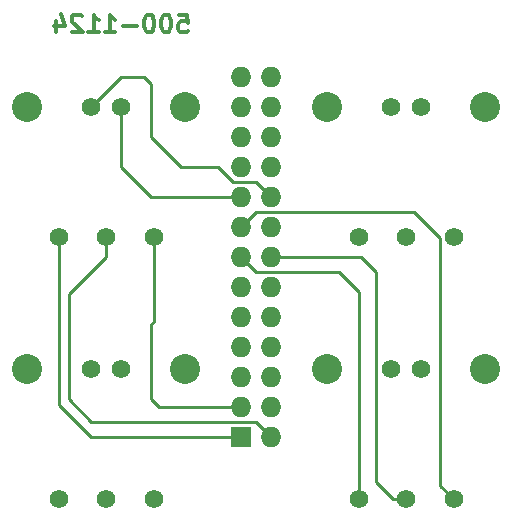
<source format=gbl>
G04 #@! TF.GenerationSoftware,KiCad,Pcbnew,(5.0.0)*
G04 #@! TF.CreationDate,2018-10-08T11:52:11-07:00*
G04 #@! TF.ProjectId,500-1124,3530302D313132342E6B696361645F70,rev?*
G04 #@! TF.SameCoordinates,Original*
G04 #@! TF.FileFunction,Copper,L2,Bot,Signal*
G04 #@! TF.FilePolarity,Positive*
%FSLAX46Y46*%
G04 Gerber Fmt 4.6, Leading zero omitted, Abs format (unit mm)*
G04 Created by KiCad (PCBNEW (5.0.0)) date 10/08/18 11:52:11*
%MOMM*%
%LPD*%
G01*
G04 APERTURE LIST*
G04 #@! TA.AperFunction,NonConductor*
%ADD10C,0.300000*%
G04 #@! TD*
G04 #@! TA.AperFunction,ComponentPad*
%ADD11C,2.540000*%
G04 #@! TD*
G04 #@! TA.AperFunction,ComponentPad*
%ADD12C,1.574800*%
G04 #@! TD*
G04 #@! TA.AperFunction,ComponentPad*
%ADD13R,1.727200X1.727200*%
G04 #@! TD*
G04 #@! TA.AperFunction,ComponentPad*
%ADD14O,1.727200X1.727200*%
G04 #@! TD*
G04 #@! TA.AperFunction,Conductor*
%ADD15C,0.250000*%
G04 #@! TD*
G04 APERTURE END LIST*
D10*
X133127142Y-68393571D02*
X133841428Y-68393571D01*
X133912857Y-69107857D01*
X133841428Y-69036428D01*
X133698571Y-68965000D01*
X133341428Y-68965000D01*
X133198571Y-69036428D01*
X133127142Y-69107857D01*
X133055714Y-69250714D01*
X133055714Y-69607857D01*
X133127142Y-69750714D01*
X133198571Y-69822142D01*
X133341428Y-69893571D01*
X133698571Y-69893571D01*
X133841428Y-69822142D01*
X133912857Y-69750714D01*
X132127142Y-68393571D02*
X131984285Y-68393571D01*
X131841428Y-68465000D01*
X131770000Y-68536428D01*
X131698571Y-68679285D01*
X131627142Y-68965000D01*
X131627142Y-69322142D01*
X131698571Y-69607857D01*
X131770000Y-69750714D01*
X131841428Y-69822142D01*
X131984285Y-69893571D01*
X132127142Y-69893571D01*
X132270000Y-69822142D01*
X132341428Y-69750714D01*
X132412857Y-69607857D01*
X132484285Y-69322142D01*
X132484285Y-68965000D01*
X132412857Y-68679285D01*
X132341428Y-68536428D01*
X132270000Y-68465000D01*
X132127142Y-68393571D01*
X130698571Y-68393571D02*
X130555714Y-68393571D01*
X130412857Y-68465000D01*
X130341428Y-68536428D01*
X130270000Y-68679285D01*
X130198571Y-68965000D01*
X130198571Y-69322142D01*
X130270000Y-69607857D01*
X130341428Y-69750714D01*
X130412857Y-69822142D01*
X130555714Y-69893571D01*
X130698571Y-69893571D01*
X130841428Y-69822142D01*
X130912857Y-69750714D01*
X130984285Y-69607857D01*
X131055714Y-69322142D01*
X131055714Y-68965000D01*
X130984285Y-68679285D01*
X130912857Y-68536428D01*
X130841428Y-68465000D01*
X130698571Y-68393571D01*
X129555714Y-69322142D02*
X128412857Y-69322142D01*
X126912857Y-69893571D02*
X127770000Y-69893571D01*
X127341428Y-69893571D02*
X127341428Y-68393571D01*
X127484285Y-68607857D01*
X127627142Y-68750714D01*
X127770000Y-68822142D01*
X125484285Y-69893571D02*
X126341428Y-69893571D01*
X125912857Y-69893571D02*
X125912857Y-68393571D01*
X126055714Y-68607857D01*
X126198571Y-68750714D01*
X126341428Y-68822142D01*
X124912857Y-68536428D02*
X124841428Y-68465000D01*
X124698571Y-68393571D01*
X124341428Y-68393571D01*
X124198571Y-68465000D01*
X124127142Y-68536428D01*
X124055714Y-68679285D01*
X124055714Y-68822142D01*
X124127142Y-69036428D01*
X124984285Y-69893571D01*
X124055714Y-69893571D01*
X122770000Y-68893571D02*
X122770000Y-69893571D01*
X123127142Y-68322142D02*
X123484285Y-69393571D01*
X122555714Y-69393571D01*
D11*
G04 #@! TO.P,R1,*
G04 #@! TO.N,*
X120300000Y-76200000D03*
X133700000Y-76200000D03*
D12*
G04 #@! TO.P,R1,4*
G04 #@! TO.N,Net-(P1-Pad18)*
X125730000Y-76200000D03*
G04 #@! TO.P,R1,5*
G04 #@! TO.N,Net-(P1-Pad17)*
X128270000Y-76200000D03*
G04 #@! TO.P,R1,2*
G04 #@! TO.N,Net-(P1-Pad2)*
X127000000Y-87200000D03*
G04 #@! TO.P,R1,3*
G04 #@! TO.N,Net-(P1-Pad3)*
X131000000Y-87200000D03*
G04 #@! TO.P,R1,1*
G04 #@! TO.N,Net-(P1-Pad1)*
X123000000Y-87200000D03*
G04 #@! TD*
D11*
G04 #@! TO.P,R2,*
G04 #@! TO.N,*
X120300000Y-98425000D03*
X133700000Y-98425000D03*
D12*
G04 #@! TO.P,R2,4*
G04 #@! TO.N,Net-(P1-Pad20)*
X125730000Y-98425000D03*
G04 #@! TO.P,R2,5*
G04 #@! TO.N,Net-(P1-Pad19)*
X128270000Y-98425000D03*
G04 #@! TO.P,R2,2*
G04 #@! TO.N,Net-(P1-Pad6)*
X127000000Y-109425000D03*
G04 #@! TO.P,R2,3*
G04 #@! TO.N,Net-(P1-Pad7)*
X131000000Y-109425000D03*
G04 #@! TO.P,R2,1*
G04 #@! TO.N,Net-(P1-Pad5)*
X123000000Y-109425000D03*
G04 #@! TD*
D11*
G04 #@! TO.P,R3,*
G04 #@! TO.N,*
X145700000Y-76200000D03*
X159100000Y-76200000D03*
D12*
G04 #@! TO.P,R3,4*
G04 #@! TO.N,Net-(P1-Pad22)*
X151130000Y-76200000D03*
G04 #@! TO.P,R3,5*
G04 #@! TO.N,Net-(P1-Pad21)*
X153670000Y-76200000D03*
G04 #@! TO.P,R3,2*
G04 #@! TO.N,Net-(P1-Pad10)*
X152400000Y-87200000D03*
G04 #@! TO.P,R3,3*
G04 #@! TO.N,Net-(P1-Pad11)*
X156400000Y-87200000D03*
G04 #@! TO.P,R3,1*
G04 #@! TO.N,Net-(P1-Pad9)*
X148400000Y-87200000D03*
G04 #@! TD*
D11*
G04 #@! TO.P,R4,*
G04 #@! TO.N,*
X145700000Y-98425000D03*
X159100000Y-98425000D03*
D12*
G04 #@! TO.P,R4,4*
G04 #@! TO.N,Net-(P1-Pad24)*
X151130000Y-98425000D03*
G04 #@! TO.P,R4,5*
G04 #@! TO.N,Net-(P1-Pad23)*
X153670000Y-98425000D03*
G04 #@! TO.P,R4,2*
G04 #@! TO.N,Net-(P1-Pad14)*
X152400000Y-109425000D03*
G04 #@! TO.P,R4,3*
G04 #@! TO.N,Net-(P1-Pad15)*
X156400000Y-109425000D03*
G04 #@! TO.P,R4,1*
G04 #@! TO.N,Net-(P1-Pad13)*
X148400000Y-109425000D03*
G04 #@! TD*
D13*
G04 #@! TO.P,P1,1*
G04 #@! TO.N,Net-(P1-Pad1)*
X138430000Y-104140000D03*
D14*
G04 #@! TO.P,P1,2*
G04 #@! TO.N,Net-(P1-Pad2)*
X140970000Y-104140000D03*
G04 #@! TO.P,P1,3*
G04 #@! TO.N,Net-(P1-Pad3)*
X138430000Y-101600000D03*
G04 #@! TO.P,P1,4*
G04 #@! TO.N,Net-(P1-Pad4)*
X140970000Y-101600000D03*
G04 #@! TO.P,P1,5*
G04 #@! TO.N,Net-(P1-Pad5)*
X138430000Y-99060000D03*
G04 #@! TO.P,P1,6*
G04 #@! TO.N,Net-(P1-Pad6)*
X140970000Y-99060000D03*
G04 #@! TO.P,P1,7*
G04 #@! TO.N,Net-(P1-Pad7)*
X138430000Y-96520000D03*
G04 #@! TO.P,P1,8*
G04 #@! TO.N,Net-(P1-Pad8)*
X140970000Y-96520000D03*
G04 #@! TO.P,P1,9*
G04 #@! TO.N,Net-(P1-Pad9)*
X138430000Y-93980000D03*
G04 #@! TO.P,P1,10*
G04 #@! TO.N,Net-(P1-Pad10)*
X140970000Y-93980000D03*
G04 #@! TO.P,P1,11*
G04 #@! TO.N,Net-(P1-Pad11)*
X138430000Y-91440000D03*
G04 #@! TO.P,P1,12*
G04 #@! TO.N,Net-(P1-Pad12)*
X140970000Y-91440000D03*
G04 #@! TO.P,P1,13*
G04 #@! TO.N,Net-(P1-Pad13)*
X138430000Y-88900000D03*
G04 #@! TO.P,P1,14*
G04 #@! TO.N,Net-(P1-Pad14)*
X140970000Y-88900000D03*
G04 #@! TO.P,P1,15*
G04 #@! TO.N,Net-(P1-Pad15)*
X138430000Y-86360000D03*
G04 #@! TO.P,P1,16*
G04 #@! TO.N,Net-(P1-Pad16)*
X140970000Y-86360000D03*
G04 #@! TO.P,P1,17*
G04 #@! TO.N,Net-(P1-Pad17)*
X138430000Y-83820000D03*
G04 #@! TO.P,P1,18*
G04 #@! TO.N,Net-(P1-Pad18)*
X140970000Y-83820000D03*
G04 #@! TO.P,P1,19*
G04 #@! TO.N,Net-(P1-Pad19)*
X138430000Y-81280000D03*
G04 #@! TO.P,P1,20*
G04 #@! TO.N,Net-(P1-Pad20)*
X140970000Y-81280000D03*
G04 #@! TO.P,P1,21*
G04 #@! TO.N,Net-(P1-Pad21)*
X138430000Y-78740000D03*
G04 #@! TO.P,P1,22*
G04 #@! TO.N,Net-(P1-Pad22)*
X140970000Y-78740000D03*
G04 #@! TO.P,P1,23*
G04 #@! TO.N,Net-(P1-Pad23)*
X138430000Y-76200000D03*
G04 #@! TO.P,P1,24*
G04 #@! TO.N,Net-(P1-Pad24)*
X140970000Y-76200000D03*
G04 #@! TO.P,P1,25*
G04 #@! TO.N,Net-(P1-Pad25)*
X138430000Y-73660000D03*
G04 #@! TO.P,P1,26*
G04 #@! TO.N,Net-(P1-Pad26)*
X140970000Y-73660000D03*
G04 #@! TD*
D15*
G04 #@! TO.N,Net-(P1-Pad1)*
X138430000Y-104140000D02*
X125730000Y-104140000D01*
X125730000Y-104140000D02*
X123000000Y-101410000D01*
X123000000Y-101410000D02*
X123000000Y-88313551D01*
X123000000Y-88313551D02*
X123000000Y-87200000D01*
G04 #@! TO.N,Net-(P1-Pad2)*
X140970000Y-104140000D02*
X139700000Y-102870000D01*
X139700000Y-102870000D02*
X125730000Y-102870000D01*
X125730000Y-102870000D02*
X123825000Y-100965000D01*
X123825000Y-100965000D02*
X123825000Y-92075000D01*
X123825000Y-92075000D02*
X127000000Y-88900000D01*
X127000000Y-88900000D02*
X127000000Y-87200000D01*
G04 #@! TO.N,Net-(P1-Pad3)*
X138430000Y-101600000D02*
X131445000Y-101600000D01*
X130810000Y-100965000D02*
X130810000Y-94615000D01*
X131445000Y-101600000D02*
X130810000Y-100965000D01*
X130810000Y-94615000D02*
X131000000Y-94425000D01*
X131000000Y-94425000D02*
X131000000Y-87200000D01*
G04 #@! TO.N,Net-(P1-Pad13)*
X139700000Y-90170000D02*
X138430000Y-88900000D01*
X146685000Y-90170000D02*
X139700000Y-90170000D01*
X148400000Y-91885000D02*
X146685000Y-90170000D01*
X148400000Y-109425000D02*
X148400000Y-91885000D01*
G04 #@! TO.N,Net-(P1-Pad14)*
X148590000Y-88900000D02*
X140970000Y-88900000D01*
X149860000Y-90170000D02*
X148590000Y-88900000D01*
X149860000Y-107998551D02*
X149860000Y-90170000D01*
X152400000Y-109425000D02*
X151286449Y-109425000D01*
X151286449Y-109425000D02*
X149860000Y-107998551D01*
G04 #@! TO.N,Net-(P1-Pad15)*
X139700000Y-85090000D02*
X138430000Y-86360000D01*
X153035000Y-85090000D02*
X139700000Y-85090000D01*
X155287599Y-87342599D02*
X153035000Y-85090000D01*
X156400000Y-109425000D02*
X155287599Y-108312599D01*
X155287599Y-108312599D02*
X155287599Y-87342599D01*
G04 #@! TO.N,Net-(P1-Pad17)*
X128270000Y-81280000D02*
X128270000Y-76200000D01*
X130810000Y-83820000D02*
X128270000Y-81280000D01*
X138430000Y-83820000D02*
X130810000Y-83820000D01*
G04 #@! TO.N,Net-(P1-Pad18)*
X140970000Y-83820000D02*
X139700000Y-82550000D01*
X139700000Y-82550000D02*
X137689398Y-82550000D01*
X137689398Y-82550000D02*
X136419398Y-81280000D01*
X136419398Y-81280000D02*
X133350000Y-81280000D01*
X130175000Y-73660000D02*
X128270000Y-73660000D01*
X133350000Y-81280000D02*
X130810000Y-78740000D01*
X130810000Y-78740000D02*
X130810000Y-74295000D01*
X130810000Y-74295000D02*
X130175000Y-73660000D01*
X128270000Y-73660000D02*
X125730000Y-76200000D01*
G04 #@! TD*
M02*

</source>
